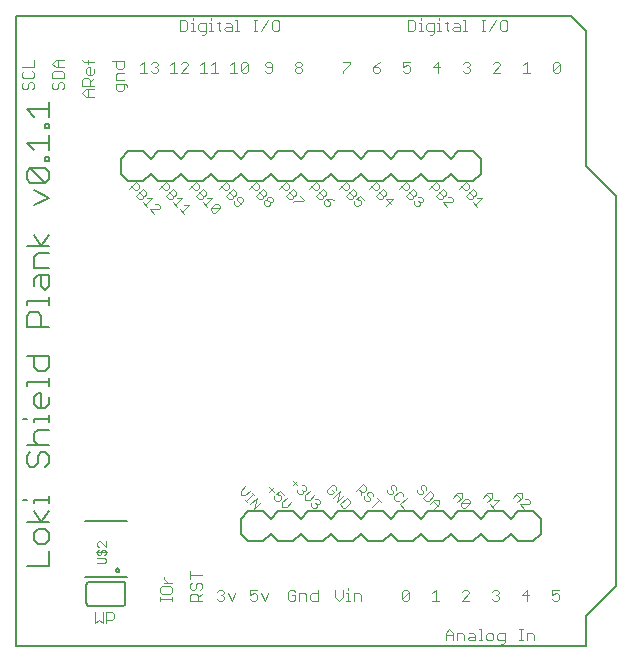
<source format=gto>
G75*
G70*
%OFA0B0*%
%FSLAX24Y24*%
%IPPOS*%
%LPD*%
%AMOC8*
5,1,8,0,0,1.08239X$1,22.5*
%
%ADD10C,0.0060*%
%ADD11C,0.0030*%
%ADD12C,0.0080*%
%ADD13C,0.0020*%
D10*
X007500Y000500D02*
X026500Y000500D01*
X026500Y001500D01*
X027500Y002500D01*
X027500Y015500D01*
X026500Y016500D01*
X026500Y021000D01*
X026000Y021500D01*
X007500Y021500D01*
X007500Y000500D01*
X009850Y001950D02*
X009850Y002550D01*
X009852Y002567D01*
X009856Y002584D01*
X009863Y002600D01*
X009873Y002614D01*
X009886Y002627D01*
X009900Y002637D01*
X009916Y002644D01*
X009933Y002648D01*
X009950Y002650D01*
X011050Y002650D01*
X011067Y002648D01*
X011084Y002644D01*
X011100Y002637D01*
X011114Y002627D01*
X011127Y002614D01*
X011137Y002600D01*
X011144Y002584D01*
X011148Y002567D01*
X011150Y002550D01*
X011150Y001950D01*
X011148Y001933D01*
X011144Y001916D01*
X011137Y001900D01*
X011127Y001886D01*
X011114Y001873D01*
X011100Y001863D01*
X011084Y001856D01*
X011067Y001852D01*
X011050Y001850D01*
X009950Y001850D01*
X009933Y001852D01*
X009916Y001856D01*
X009900Y001863D01*
X009886Y001873D01*
X009873Y001886D01*
X009863Y001900D01*
X009856Y001916D01*
X009852Y001933D01*
X009850Y001950D01*
X009790Y002820D02*
X011210Y002820D01*
X011210Y004680D02*
X009790Y004680D01*
X008595Y004646D02*
X007854Y004646D01*
X008101Y004280D02*
X008225Y004403D01*
X008472Y004403D01*
X008595Y004280D01*
X008595Y004033D01*
X008472Y003909D01*
X008225Y003909D01*
X008101Y004033D01*
X008101Y004280D01*
X008348Y004646D02*
X008101Y005016D01*
X008101Y005260D02*
X008101Y005383D01*
X008595Y005383D01*
X008595Y005260D02*
X008595Y005507D01*
X008595Y005016D02*
X008348Y004646D01*
X007854Y005383D02*
X007731Y005383D01*
X007978Y006487D02*
X008101Y006487D01*
X008225Y006611D01*
X008225Y006858D01*
X008348Y006981D01*
X008472Y006981D01*
X008595Y006858D01*
X008595Y006611D01*
X008472Y006487D01*
X007978Y006487D02*
X007854Y006611D01*
X007854Y006858D01*
X007978Y006981D01*
X007854Y007224D02*
X008595Y007224D01*
X008225Y007224D02*
X008101Y007348D01*
X008101Y007594D01*
X008225Y007718D01*
X008595Y007718D01*
X008595Y007961D02*
X008595Y008208D01*
X008595Y008084D02*
X008101Y008084D01*
X008101Y007961D01*
X007854Y008084D02*
X007731Y008084D01*
X008101Y008575D02*
X008101Y008822D01*
X008225Y008946D01*
X008348Y008946D01*
X008348Y008452D01*
X008225Y008452D02*
X008472Y008452D01*
X008595Y008575D01*
X008595Y008822D01*
X008595Y009188D02*
X008595Y009435D01*
X008595Y009312D02*
X007854Y009312D01*
X007854Y009188D01*
X008225Y009680D02*
X008101Y009803D01*
X008101Y010173D01*
X007854Y010173D02*
X008595Y010173D01*
X008595Y009803D01*
X008472Y009680D01*
X008225Y009680D01*
X008101Y008575D02*
X008225Y008452D01*
X008348Y011153D02*
X008348Y011523D01*
X008225Y011647D01*
X007978Y011647D01*
X007854Y011523D01*
X007854Y011153D01*
X008595Y011153D01*
X008595Y011889D02*
X008595Y012136D01*
X008595Y012013D02*
X007854Y012013D01*
X007854Y011889D01*
X008101Y012504D02*
X008101Y012751D01*
X008225Y012874D01*
X008595Y012874D01*
X008595Y012504D01*
X008472Y012380D01*
X008348Y012504D01*
X008348Y012874D01*
X008101Y013117D02*
X008101Y013487D01*
X008225Y013611D01*
X008595Y013611D01*
X008595Y013854D02*
X007854Y013854D01*
X008101Y014224D02*
X008348Y013854D01*
X008595Y014224D01*
X008101Y015204D02*
X008595Y015451D01*
X008101Y015698D01*
X007978Y015941D02*
X007854Y016064D01*
X007854Y016311D01*
X007978Y016435D01*
X008472Y015941D01*
X008595Y016064D01*
X008595Y016311D01*
X008472Y016435D01*
X007978Y016435D01*
X007978Y015941D02*
X008472Y015941D01*
X008472Y016677D02*
X008472Y016801D01*
X008595Y016801D01*
X008595Y016677D01*
X008472Y016677D01*
X008595Y017046D02*
X008595Y017540D01*
X008595Y017293D02*
X007854Y017293D01*
X008101Y017046D01*
X008472Y017782D02*
X008472Y017906D01*
X008595Y017906D01*
X008595Y017782D01*
X008472Y017782D01*
X008595Y018151D02*
X008595Y018644D01*
X008595Y018398D02*
X007854Y018398D01*
X008101Y018151D01*
X008101Y013117D02*
X008595Y013117D01*
X008595Y003666D02*
X008595Y003173D01*
X007854Y003173D01*
D11*
X010147Y001635D02*
X010147Y001265D01*
X010270Y001388D01*
X010394Y001265D01*
X010394Y001635D01*
X010515Y001635D02*
X010700Y001635D01*
X010762Y001574D01*
X010762Y001450D01*
X010700Y001388D01*
X010515Y001388D01*
X010515Y001265D02*
X010515Y001635D01*
X012315Y002011D02*
X012315Y002134D01*
X012315Y002073D02*
X012685Y002073D01*
X012685Y002134D02*
X012685Y002011D01*
X012623Y002257D02*
X012376Y002257D01*
X012315Y002318D01*
X012315Y002442D01*
X012376Y002503D01*
X012623Y002503D01*
X012685Y002442D01*
X012685Y002318D01*
X012623Y002257D01*
X012562Y002625D02*
X012438Y002748D01*
X012438Y002810D01*
X012438Y002625D02*
X012685Y002625D01*
X013315Y002564D02*
X013315Y002441D01*
X013376Y002379D01*
X013438Y002379D01*
X013500Y002441D01*
X013500Y002564D01*
X013562Y002626D01*
X013623Y002626D01*
X013685Y002564D01*
X013685Y002441D01*
X013623Y002379D01*
X013685Y002258D02*
X013562Y002134D01*
X013562Y002196D02*
X013562Y002011D01*
X013685Y002011D02*
X013315Y002011D01*
X013315Y002196D01*
X013376Y002258D01*
X013500Y002258D01*
X013562Y002196D01*
X013315Y002564D02*
X013376Y002626D01*
X013315Y002748D02*
X013315Y002995D01*
X013315Y002871D02*
X013685Y002871D01*
X014197Y002324D02*
X014259Y002385D01*
X014382Y002385D01*
X014444Y002324D01*
X014444Y002262D01*
X014382Y002200D01*
X014444Y002138D01*
X014444Y002077D01*
X014382Y002015D01*
X014259Y002015D01*
X014197Y002077D01*
X014320Y002200D02*
X014382Y002200D01*
X014565Y002262D02*
X014689Y002015D01*
X014812Y002262D01*
X015297Y002200D02*
X015420Y002262D01*
X015482Y002262D01*
X015544Y002200D01*
X015544Y002077D01*
X015482Y002015D01*
X015359Y002015D01*
X015297Y002077D01*
X015297Y002200D02*
X015297Y002385D01*
X015544Y002385D01*
X015665Y002262D02*
X015789Y002015D01*
X015912Y002262D01*
X016569Y002324D02*
X016569Y002077D01*
X016631Y002015D01*
X016754Y002015D01*
X016816Y002077D01*
X016816Y002200D01*
X016692Y002200D01*
X016569Y002324D02*
X016631Y002385D01*
X016754Y002385D01*
X016816Y002324D01*
X016937Y002262D02*
X016937Y002015D01*
X016937Y002262D02*
X017122Y002262D01*
X017184Y002200D01*
X017184Y002015D01*
X017306Y002077D02*
X017306Y002200D01*
X017367Y002262D01*
X017552Y002262D01*
X017552Y002385D02*
X017552Y002015D01*
X017367Y002015D01*
X017306Y002077D01*
X018147Y002138D02*
X018270Y002015D01*
X018394Y002138D01*
X018394Y002385D01*
X018515Y002262D02*
X018577Y002262D01*
X018577Y002015D01*
X018515Y002015D02*
X018639Y002015D01*
X018761Y002015D02*
X018761Y002262D01*
X018946Y002262D01*
X019008Y002200D01*
X019008Y002015D01*
X018577Y002385D02*
X018577Y002447D01*
X018147Y002385D02*
X018147Y002138D01*
X020365Y002077D02*
X020612Y002324D01*
X020612Y002077D01*
X020550Y002015D01*
X020427Y002015D01*
X020365Y002077D01*
X020365Y002324D01*
X020427Y002385D01*
X020550Y002385D01*
X020612Y002324D01*
X021365Y002262D02*
X021488Y002385D01*
X021488Y002015D01*
X021365Y002015D02*
X021612Y002015D01*
X022365Y002015D02*
X022612Y002262D01*
X022612Y002324D01*
X022550Y002385D01*
X022427Y002385D01*
X022365Y002324D01*
X022365Y002015D02*
X022612Y002015D01*
X023365Y002077D02*
X023427Y002015D01*
X023550Y002015D01*
X023612Y002077D01*
X023612Y002138D01*
X023550Y002200D01*
X023488Y002200D01*
X023550Y002200D02*
X023612Y002262D01*
X023612Y002324D01*
X023550Y002385D01*
X023427Y002385D01*
X023365Y002324D01*
X024365Y002200D02*
X024612Y002200D01*
X024550Y002015D02*
X024550Y002385D01*
X024365Y002200D01*
X025365Y002200D02*
X025488Y002262D01*
X025550Y002262D01*
X025612Y002200D01*
X025612Y002077D01*
X025550Y002015D01*
X025427Y002015D01*
X025365Y002077D01*
X025365Y002200D02*
X025365Y002385D01*
X025612Y002385D01*
X024705Y000944D02*
X024520Y000944D01*
X024520Y000697D01*
X024398Y000697D02*
X024274Y000697D01*
X024336Y000697D02*
X024336Y001067D01*
X024274Y001067D02*
X024398Y001067D01*
X024705Y000944D02*
X024767Y000882D01*
X024767Y000697D01*
X023785Y000697D02*
X023599Y000697D01*
X023538Y000759D01*
X023538Y000882D01*
X023599Y000944D01*
X023785Y000944D01*
X023785Y000635D01*
X023723Y000574D01*
X023661Y000574D01*
X023416Y000759D02*
X023416Y000882D01*
X023355Y000944D01*
X023231Y000944D01*
X023169Y000882D01*
X023169Y000759D01*
X023231Y000697D01*
X023355Y000697D01*
X023416Y000759D01*
X023047Y000697D02*
X022924Y000697D01*
X022986Y000697D02*
X022986Y001067D01*
X022924Y001067D01*
X022741Y000944D02*
X022802Y000882D01*
X022802Y000697D01*
X022617Y000697D01*
X022556Y000759D01*
X022617Y000820D01*
X022802Y000820D01*
X022741Y000944D02*
X022617Y000944D01*
X022434Y000882D02*
X022434Y000697D01*
X022434Y000882D02*
X022372Y000944D01*
X022187Y000944D01*
X022187Y000697D01*
X022066Y000697D02*
X022066Y000944D01*
X021942Y001067D01*
X021819Y000944D01*
X021819Y000697D01*
X021819Y000882D02*
X022066Y000882D01*
X021444Y005077D02*
X021595Y005228D01*
X021595Y005379D01*
X021444Y005379D01*
X021293Y005228D01*
X021254Y005343D02*
X021405Y005494D01*
X021405Y005569D01*
X021292Y005682D01*
X021065Y005456D01*
X021179Y005343D01*
X021254Y005343D01*
X021407Y005341D02*
X021558Y005190D01*
X022065Y005456D02*
X022216Y005607D01*
X022367Y005607D01*
X022367Y005456D01*
X022216Y005305D01*
X022331Y005266D02*
X022633Y005266D01*
X022482Y005115D01*
X022407Y005115D01*
X022331Y005190D01*
X022331Y005266D01*
X022482Y005417D01*
X022558Y005417D01*
X022633Y005341D01*
X022633Y005266D01*
X022330Y005418D02*
X022179Y005569D01*
X023065Y005456D02*
X023216Y005607D01*
X023367Y005607D01*
X023367Y005456D01*
X023216Y005305D01*
X023293Y005228D02*
X023444Y005077D01*
X023369Y005152D02*
X023595Y005379D01*
X023444Y005379D01*
X023330Y005418D02*
X023179Y005569D01*
X024065Y005456D02*
X024216Y005607D01*
X024367Y005607D01*
X024367Y005456D01*
X024216Y005305D01*
X024293Y005228D02*
X024595Y005228D01*
X024633Y005266D01*
X024633Y005341D01*
X024558Y005417D01*
X024482Y005417D01*
X024330Y005418D02*
X024179Y005569D01*
X024293Y005228D02*
X024444Y005077D01*
X021177Y005721D02*
X021177Y005797D01*
X021102Y005872D01*
X021026Y005872D01*
X020989Y005835D01*
X020989Y005759D01*
X021064Y005684D01*
X021064Y005608D01*
X021026Y005570D01*
X020951Y005570D01*
X020875Y005646D01*
X020875Y005721D01*
X020520Y005454D02*
X020293Y005228D01*
X020444Y005077D01*
X020254Y005343D02*
X020179Y005343D01*
X020103Y005418D01*
X020103Y005494D01*
X020254Y005644D01*
X020330Y005644D01*
X020405Y005569D01*
X020405Y005494D01*
X020177Y005721D02*
X020177Y005797D01*
X020102Y005872D01*
X020026Y005872D01*
X019989Y005835D01*
X019989Y005759D01*
X020064Y005684D01*
X020064Y005608D01*
X020026Y005570D01*
X019951Y005570D01*
X019875Y005646D01*
X019875Y005721D01*
X019520Y005454D02*
X019671Y005303D01*
X019595Y005379D02*
X019369Y005152D01*
X019254Y005343D02*
X019179Y005343D01*
X019103Y005418D01*
X019103Y005494D01*
X019216Y005531D02*
X019292Y005456D01*
X019292Y005380D01*
X019254Y005343D01*
X019216Y005531D02*
X019216Y005607D01*
X019254Y005644D01*
X019330Y005644D01*
X019405Y005569D01*
X019405Y005494D01*
X019177Y005721D02*
X019102Y005646D01*
X019026Y005646D01*
X018913Y005759D01*
X018838Y005684D02*
X019064Y005910D01*
X019177Y005797D01*
X019177Y005721D01*
X018989Y005684D02*
X018989Y005533D01*
X018633Y005341D02*
X018520Y005454D01*
X018293Y005228D01*
X018407Y005115D01*
X018482Y005115D01*
X018633Y005266D01*
X018633Y005341D01*
X018443Y005531D02*
X018216Y005305D01*
X018292Y005682D01*
X018065Y005456D01*
X018026Y005570D02*
X018102Y005646D01*
X018026Y005721D01*
X018026Y005570D02*
X017951Y005570D01*
X017875Y005646D01*
X017875Y005721D01*
X018026Y005872D01*
X018102Y005872D01*
X018177Y005797D01*
X018177Y005721D01*
X017633Y005341D02*
X017633Y005266D01*
X017595Y005228D01*
X017520Y005228D01*
X017520Y005152D01*
X017482Y005115D01*
X017407Y005115D01*
X017331Y005190D01*
X017331Y005266D01*
X017292Y005380D02*
X017443Y005531D01*
X017482Y005417D02*
X017558Y005417D01*
X017633Y005341D01*
X017520Y005228D02*
X017482Y005266D01*
X017292Y005380D02*
X017141Y005380D01*
X017141Y005531D01*
X017292Y005682D01*
X017177Y005721D02*
X017140Y005684D01*
X017064Y005684D01*
X017064Y005608D01*
X017026Y005570D01*
X016951Y005570D01*
X016875Y005646D01*
X016875Y005721D01*
X017026Y005721D02*
X017064Y005684D01*
X017177Y005721D02*
X017177Y005797D01*
X017102Y005872D01*
X017026Y005872D01*
X016874Y005874D02*
X016723Y006025D01*
X016874Y006025D02*
X016723Y005874D01*
X016443Y005531D02*
X016292Y005682D01*
X016179Y005569D01*
X016292Y005531D01*
X016330Y005494D01*
X016330Y005418D01*
X016254Y005343D01*
X016179Y005343D01*
X016103Y005418D01*
X016103Y005494D01*
X016102Y005646D02*
X015951Y005797D01*
X016102Y005797D02*
X015951Y005646D01*
X015520Y005454D02*
X015444Y005077D01*
X015671Y005303D01*
X015520Y005454D02*
X015293Y005228D01*
X015217Y005304D02*
X015141Y005380D01*
X015179Y005342D02*
X015406Y005569D01*
X015368Y005606D02*
X015443Y005531D01*
X015291Y005683D02*
X015140Y005532D01*
X014989Y005532D01*
X014989Y005683D01*
X015140Y005834D01*
X016369Y005303D02*
X016369Y005152D01*
X016520Y005152D01*
X016671Y005303D01*
X016520Y005454D02*
X016369Y005303D01*
X014146Y014956D02*
X014071Y014956D01*
X013995Y015031D01*
X013995Y015107D01*
X014297Y015107D01*
X014146Y014956D01*
X013995Y015107D02*
X014146Y015258D01*
X014222Y015258D01*
X014297Y015182D01*
X014297Y015107D01*
X013880Y015146D02*
X013729Y015297D01*
X013805Y015221D02*
X014031Y015448D01*
X013880Y015448D01*
X013804Y015525D02*
X013841Y015562D01*
X013841Y015638D01*
X013728Y015751D01*
X013502Y015525D01*
X013615Y015411D01*
X013690Y015411D01*
X013728Y015449D01*
X013728Y015525D01*
X013615Y015638D01*
X013538Y015715D02*
X013613Y015790D01*
X013613Y015866D01*
X013500Y015979D01*
X013274Y015753D01*
X013349Y015828D02*
X013462Y015715D01*
X013538Y015715D01*
X013728Y015525D02*
X013804Y015525D01*
X014274Y015753D02*
X014500Y015979D01*
X014613Y015866D01*
X014613Y015790D01*
X014538Y015715D01*
X014462Y015715D01*
X014349Y015828D01*
X014615Y015638D02*
X014728Y015525D01*
X014728Y015449D01*
X014690Y015411D01*
X014615Y015411D01*
X014502Y015525D01*
X014728Y015751D01*
X014841Y015638D01*
X014841Y015562D01*
X014804Y015525D01*
X014728Y015525D01*
X014880Y015448D02*
X014880Y015372D01*
X014994Y015259D01*
X015069Y015334D02*
X015069Y015410D01*
X014994Y015485D01*
X014918Y015485D01*
X014880Y015448D01*
X014767Y015334D02*
X014767Y015259D01*
X014843Y015184D01*
X014918Y015184D01*
X015069Y015334D01*
X015274Y015753D02*
X015500Y015979D01*
X015613Y015866D01*
X015613Y015790D01*
X015538Y015715D01*
X015462Y015715D01*
X015349Y015828D01*
X015615Y015638D02*
X015728Y015525D01*
X015728Y015449D01*
X015690Y015411D01*
X015615Y015411D01*
X015502Y015525D01*
X015728Y015751D01*
X015841Y015638D01*
X015841Y015562D01*
X015804Y015525D01*
X015728Y015525D01*
X015880Y015448D02*
X015880Y015372D01*
X015956Y015297D01*
X015956Y015221D01*
X015918Y015184D01*
X015843Y015184D01*
X015767Y015259D01*
X015767Y015334D01*
X015805Y015372D01*
X015880Y015372D01*
X015880Y015448D02*
X015918Y015485D01*
X015994Y015485D01*
X016069Y015410D01*
X016069Y015334D01*
X016031Y015297D01*
X015956Y015297D01*
X016274Y015753D02*
X016500Y015979D01*
X016613Y015866D01*
X016613Y015790D01*
X016538Y015715D01*
X016462Y015715D01*
X016349Y015828D01*
X016615Y015638D02*
X016728Y015525D01*
X016728Y015449D01*
X016690Y015411D01*
X016615Y015411D01*
X016502Y015525D01*
X016728Y015751D01*
X016841Y015638D01*
X016841Y015562D01*
X016804Y015525D01*
X016728Y015525D01*
X016767Y015334D02*
X016729Y015297D01*
X016767Y015334D02*
X017069Y015334D01*
X017107Y015372D01*
X016956Y015523D01*
X017274Y015753D02*
X017500Y015979D01*
X017613Y015866D01*
X017613Y015790D01*
X017538Y015715D01*
X017462Y015715D01*
X017349Y015828D01*
X017615Y015638D02*
X017728Y015525D01*
X017728Y015449D01*
X017690Y015411D01*
X017615Y015411D01*
X017502Y015525D01*
X017728Y015751D01*
X017841Y015638D01*
X017841Y015562D01*
X017804Y015525D01*
X017728Y015525D01*
X017843Y015410D02*
X017956Y015297D01*
X017956Y015221D01*
X017918Y015184D01*
X017843Y015184D01*
X017767Y015259D01*
X017767Y015334D01*
X017843Y015410D01*
X017994Y015410D01*
X018107Y015372D01*
X018502Y015525D02*
X018615Y015411D01*
X018690Y015411D01*
X018728Y015449D01*
X018728Y015525D01*
X018615Y015638D01*
X018538Y015715D02*
X018613Y015790D01*
X018613Y015866D01*
X018500Y015979D01*
X018274Y015753D01*
X018349Y015828D02*
X018462Y015715D01*
X018538Y015715D01*
X018502Y015525D02*
X018728Y015751D01*
X018841Y015638D01*
X018841Y015562D01*
X018804Y015525D01*
X018728Y015525D01*
X018843Y015410D02*
X018956Y015372D01*
X018994Y015334D01*
X018994Y015259D01*
X018918Y015184D01*
X018843Y015184D01*
X018767Y015259D01*
X018767Y015334D01*
X018843Y015410D02*
X018956Y015523D01*
X019107Y015372D01*
X019502Y015525D02*
X019615Y015411D01*
X019690Y015411D01*
X019728Y015449D01*
X019728Y015525D01*
X019615Y015638D01*
X019538Y015715D02*
X019462Y015715D01*
X019349Y015828D01*
X019274Y015753D02*
X019500Y015979D01*
X019613Y015866D01*
X019613Y015790D01*
X019538Y015715D01*
X019502Y015525D02*
X019728Y015751D01*
X019841Y015638D01*
X019841Y015562D01*
X019804Y015525D01*
X019728Y015525D01*
X019843Y015410D02*
X019994Y015259D01*
X020069Y015410D02*
X019843Y015410D01*
X019843Y015184D02*
X020069Y015410D01*
X020274Y015753D02*
X020500Y015979D01*
X020613Y015866D01*
X020613Y015790D01*
X020538Y015715D01*
X020462Y015715D01*
X020349Y015828D01*
X020615Y015638D02*
X020728Y015525D01*
X020728Y015449D01*
X020690Y015411D01*
X020615Y015411D01*
X020502Y015525D01*
X020728Y015751D01*
X020841Y015638D01*
X020841Y015562D01*
X020804Y015525D01*
X020728Y015525D01*
X020918Y015485D02*
X020994Y015485D01*
X021069Y015410D01*
X021069Y015334D01*
X021031Y015297D01*
X020956Y015297D01*
X020956Y015221D01*
X020918Y015184D01*
X020843Y015184D01*
X020767Y015259D01*
X020767Y015334D01*
X020918Y015334D02*
X020956Y015297D01*
X021274Y015753D02*
X021500Y015979D01*
X021613Y015866D01*
X021613Y015790D01*
X021538Y015715D01*
X021462Y015715D01*
X021349Y015828D01*
X021615Y015638D02*
X021728Y015525D01*
X021728Y015449D01*
X021690Y015411D01*
X021615Y015411D01*
X021502Y015525D01*
X021728Y015751D01*
X021841Y015638D01*
X021841Y015562D01*
X021804Y015525D01*
X021728Y015525D01*
X021918Y015485D02*
X021994Y015485D01*
X022069Y015410D01*
X022069Y015334D01*
X022031Y015297D01*
X021729Y015297D01*
X021880Y015146D01*
X022502Y015525D02*
X022615Y015411D01*
X022690Y015411D01*
X022728Y015449D01*
X022728Y015525D01*
X022615Y015638D01*
X022538Y015715D02*
X022462Y015715D01*
X022349Y015828D01*
X022274Y015753D02*
X022500Y015979D01*
X022613Y015866D01*
X022613Y015790D01*
X022538Y015715D01*
X022502Y015525D02*
X022728Y015751D01*
X022841Y015638D01*
X022841Y015562D01*
X022804Y015525D01*
X022728Y015525D01*
X022880Y015448D02*
X023031Y015448D01*
X022805Y015221D01*
X022880Y015146D02*
X022729Y015297D01*
X022582Y019615D02*
X022458Y019615D01*
X022397Y019677D01*
X022520Y019800D02*
X022582Y019800D01*
X022644Y019738D01*
X022644Y019677D01*
X022582Y019615D01*
X022582Y019800D02*
X022644Y019862D01*
X022644Y019924D01*
X022582Y019985D01*
X022458Y019985D01*
X022397Y019924D01*
X021644Y019800D02*
X021397Y019800D01*
X021582Y019985D01*
X021582Y019615D01*
X020644Y019677D02*
X020582Y019615D01*
X020458Y019615D01*
X020397Y019677D01*
X020397Y019800D02*
X020520Y019862D01*
X020582Y019862D01*
X020644Y019800D01*
X020644Y019677D01*
X020397Y019800D02*
X020397Y019985D01*
X020644Y019985D01*
X019644Y019985D02*
X019520Y019924D01*
X019397Y019800D01*
X019582Y019800D01*
X019644Y019738D01*
X019644Y019677D01*
X019582Y019615D01*
X019458Y019615D01*
X019397Y019677D01*
X019397Y019800D01*
X018644Y019924D02*
X018397Y019677D01*
X018397Y019615D01*
X018644Y019924D02*
X018644Y019985D01*
X018397Y019985D01*
X017044Y019924D02*
X017044Y019862D01*
X016982Y019800D01*
X016858Y019800D01*
X016797Y019862D01*
X016797Y019924D01*
X016858Y019985D01*
X016982Y019985D01*
X017044Y019924D01*
X016982Y019800D02*
X017044Y019738D01*
X017044Y019677D01*
X016982Y019615D01*
X016858Y019615D01*
X016797Y019677D01*
X016797Y019738D01*
X016858Y019800D01*
X016044Y019800D02*
X015858Y019800D01*
X015797Y019862D01*
X015797Y019924D01*
X015858Y019985D01*
X015982Y019985D01*
X016044Y019924D01*
X016044Y019677D01*
X015982Y019615D01*
X015858Y019615D01*
X015797Y019677D01*
X015244Y019677D02*
X015182Y019615D01*
X015058Y019615D01*
X014997Y019677D01*
X015244Y019924D01*
X015244Y019677D01*
X015244Y019924D02*
X015182Y019985D01*
X015058Y019985D01*
X014997Y019924D01*
X014997Y019677D01*
X014875Y019615D02*
X014628Y019615D01*
X014752Y019615D02*
X014752Y019985D01*
X014628Y019862D01*
X014244Y019615D02*
X013997Y019615D01*
X013875Y019615D02*
X013628Y019615D01*
X013752Y019615D02*
X013752Y019985D01*
X013628Y019862D01*
X013997Y019862D02*
X014120Y019985D01*
X014120Y019615D01*
X013244Y019615D02*
X012997Y019615D01*
X013244Y019862D01*
X013244Y019924D01*
X013182Y019985D01*
X013058Y019985D01*
X012997Y019924D01*
X012752Y019985D02*
X012752Y019615D01*
X012875Y019615D02*
X012628Y019615D01*
X012628Y019862D02*
X012752Y019985D01*
X012244Y019924D02*
X012244Y019862D01*
X012182Y019800D01*
X012244Y019738D01*
X012244Y019677D01*
X012182Y019615D01*
X012058Y019615D01*
X011997Y019677D01*
X011875Y019615D02*
X011628Y019615D01*
X011752Y019615D02*
X011752Y019985D01*
X011628Y019862D01*
X011997Y019924D02*
X012058Y019985D01*
X012182Y019985D01*
X012244Y019924D01*
X012182Y019800D02*
X012120Y019800D01*
X011085Y019808D02*
X011023Y019747D01*
X010900Y019747D01*
X010838Y019808D01*
X010838Y019994D01*
X010715Y019994D02*
X011085Y019994D01*
X011085Y019808D01*
X011085Y019625D02*
X010900Y019625D01*
X010838Y019564D01*
X010838Y019378D01*
X011085Y019378D01*
X011085Y019257D02*
X011085Y019072D01*
X011023Y019010D01*
X010900Y019010D01*
X010838Y019072D01*
X010838Y019257D01*
X011147Y019257D01*
X011208Y019195D01*
X011208Y019133D01*
X010085Y019183D02*
X009715Y019183D01*
X009715Y019368D01*
X009776Y019430D01*
X009900Y019430D01*
X009962Y019368D01*
X009962Y019183D01*
X009962Y019306D02*
X010085Y019430D01*
X010023Y019551D02*
X009900Y019551D01*
X009838Y019613D01*
X009838Y019736D01*
X009900Y019798D01*
X009962Y019798D01*
X009962Y019551D01*
X010023Y019551D02*
X010085Y019613D01*
X010085Y019736D01*
X010085Y019981D02*
X009776Y019981D01*
X009715Y020043D01*
X009900Y020043D02*
X009900Y019919D01*
X009085Y019797D02*
X008838Y019797D01*
X008715Y019920D01*
X008838Y020044D01*
X009085Y020044D01*
X008900Y020044D02*
X008900Y019797D01*
X009023Y019675D02*
X008776Y019675D01*
X008715Y019614D01*
X008715Y019428D01*
X009085Y019428D01*
X009085Y019614D01*
X009023Y019675D01*
X009023Y019307D02*
X009085Y019245D01*
X009085Y019122D01*
X009023Y019060D01*
X008900Y019122D02*
X008900Y019245D01*
X008962Y019307D01*
X009023Y019307D01*
X008900Y019122D02*
X008838Y019060D01*
X008776Y019060D01*
X008715Y019122D01*
X008715Y019245D01*
X008776Y019307D01*
X008085Y019245D02*
X008085Y019122D01*
X008023Y019060D01*
X007900Y019122D02*
X007838Y019060D01*
X007776Y019060D01*
X007715Y019122D01*
X007715Y019245D01*
X007776Y019307D01*
X007776Y019428D02*
X008023Y019428D01*
X008085Y019490D01*
X008085Y019614D01*
X008023Y019675D01*
X008085Y019797D02*
X007715Y019797D01*
X007776Y019675D02*
X007715Y019614D01*
X007715Y019490D01*
X007776Y019428D01*
X007900Y019245D02*
X007962Y019307D01*
X008023Y019307D01*
X008085Y019245D01*
X007900Y019245D02*
X007900Y019122D01*
X008085Y019797D02*
X008085Y020044D01*
X009715Y018938D02*
X009838Y018815D01*
X010085Y018815D01*
X009900Y018815D02*
X009900Y019061D01*
X009838Y019061D02*
X010085Y019061D01*
X009838Y019061D02*
X009715Y018938D01*
X012965Y021015D02*
X012965Y021385D01*
X013150Y021385D01*
X013212Y021324D01*
X013212Y021077D01*
X013150Y021015D01*
X012965Y021015D01*
X013333Y021015D02*
X013457Y021015D01*
X013395Y021015D02*
X013395Y021262D01*
X013333Y021262D01*
X013395Y021385D02*
X013395Y021447D01*
X013641Y021262D02*
X013579Y021200D01*
X013579Y021077D01*
X013641Y021015D01*
X013826Y021015D01*
X013826Y020953D02*
X013826Y021262D01*
X013641Y021262D01*
X013947Y021262D02*
X014009Y021262D01*
X014009Y021015D01*
X013947Y021015D02*
X014071Y021015D01*
X014254Y021077D02*
X014316Y021015D01*
X014254Y021077D02*
X014254Y021324D01*
X014193Y021262D02*
X014316Y021262D01*
X014500Y021262D02*
X014623Y021262D01*
X014685Y021200D01*
X014685Y021015D01*
X014500Y021015D01*
X014438Y021077D01*
X014500Y021138D01*
X014685Y021138D01*
X014807Y021015D02*
X014930Y021015D01*
X014868Y021015D02*
X014868Y021385D01*
X014807Y021385D01*
X015420Y021385D02*
X015544Y021385D01*
X015482Y021385D02*
X015482Y021015D01*
X015420Y021015D02*
X015544Y021015D01*
X015666Y021015D02*
X015913Y021385D01*
X016034Y021324D02*
X016034Y021077D01*
X016096Y021015D01*
X016219Y021015D01*
X016281Y021077D01*
X016281Y021324D01*
X016219Y021385D01*
X016096Y021385D01*
X016034Y021324D01*
X014009Y021385D02*
X014009Y021447D01*
X013826Y020953D02*
X013764Y020892D01*
X013702Y020892D01*
X012500Y015979D02*
X012613Y015866D01*
X012613Y015790D01*
X012538Y015715D01*
X012462Y015715D01*
X012349Y015828D01*
X012274Y015753D02*
X012500Y015979D01*
X012728Y015751D02*
X012841Y015638D01*
X012841Y015562D01*
X012804Y015525D01*
X012728Y015525D01*
X012615Y015638D01*
X012502Y015525D02*
X012728Y015751D01*
X012728Y015525D02*
X012728Y015449D01*
X012690Y015411D01*
X012615Y015411D01*
X012502Y015525D01*
X012729Y015297D02*
X012880Y015146D01*
X012805Y015221D02*
X013031Y015448D01*
X012880Y015448D01*
X013108Y015220D02*
X013259Y015220D01*
X013033Y014993D01*
X013108Y014918D02*
X012957Y015069D01*
X012297Y015107D02*
X012297Y015182D01*
X012222Y015258D01*
X012146Y015258D01*
X012297Y015107D02*
X012259Y015069D01*
X011957Y015069D01*
X012108Y014918D01*
X011880Y015146D02*
X011729Y015297D01*
X011805Y015221D02*
X012031Y015448D01*
X011880Y015448D01*
X011804Y015525D02*
X011728Y015525D01*
X011615Y015638D01*
X011538Y015715D02*
X011462Y015715D01*
X011349Y015828D01*
X011274Y015753D02*
X011500Y015979D01*
X011613Y015866D01*
X011613Y015790D01*
X011538Y015715D01*
X011502Y015525D02*
X011728Y015751D01*
X011841Y015638D01*
X011841Y015562D01*
X011804Y015525D01*
X011728Y015525D02*
X011728Y015449D01*
X011690Y015411D01*
X011615Y015411D01*
X011502Y015525D01*
X020565Y021015D02*
X020750Y021015D01*
X020812Y021077D01*
X020812Y021324D01*
X020750Y021385D01*
X020565Y021385D01*
X020565Y021015D01*
X020933Y021015D02*
X021057Y021015D01*
X020995Y021015D02*
X020995Y021262D01*
X020933Y021262D01*
X020995Y021385D02*
X020995Y021447D01*
X021241Y021262D02*
X021179Y021200D01*
X021179Y021077D01*
X021241Y021015D01*
X021426Y021015D01*
X021426Y020953D02*
X021426Y021262D01*
X021241Y021262D01*
X021547Y021262D02*
X021609Y021262D01*
X021609Y021015D01*
X021547Y021015D02*
X021671Y021015D01*
X021854Y021077D02*
X021916Y021015D01*
X021854Y021077D02*
X021854Y021324D01*
X021793Y021262D02*
X021916Y021262D01*
X022100Y021262D02*
X022223Y021262D01*
X022285Y021200D01*
X022285Y021015D01*
X022100Y021015D01*
X022038Y021077D01*
X022100Y021138D01*
X022285Y021138D01*
X022407Y021015D02*
X022530Y021015D01*
X022468Y021015D02*
X022468Y021385D01*
X022407Y021385D01*
X021609Y021385D02*
X021609Y021447D01*
X021426Y020953D02*
X021364Y020892D01*
X021302Y020892D01*
X023020Y021015D02*
X023144Y021015D01*
X023082Y021015D02*
X023082Y021385D01*
X023020Y021385D02*
X023144Y021385D01*
X023513Y021385D02*
X023266Y021015D01*
X023634Y021077D02*
X023696Y021015D01*
X023819Y021015D01*
X023881Y021077D01*
X023881Y021324D01*
X023819Y021385D01*
X023696Y021385D01*
X023634Y021324D01*
X023634Y021077D01*
X023582Y019985D02*
X023458Y019985D01*
X023397Y019924D01*
X023582Y019985D02*
X023644Y019924D01*
X023644Y019862D01*
X023397Y019615D01*
X023644Y019615D01*
X024397Y019615D02*
X024644Y019615D01*
X024520Y019615D02*
X024520Y019985D01*
X024397Y019862D01*
X025397Y019924D02*
X025397Y019677D01*
X025644Y019924D01*
X025644Y019677D01*
X025582Y019615D01*
X025458Y019615D01*
X025397Y019677D01*
X025397Y019924D02*
X025458Y019985D01*
X025582Y019985D01*
X025644Y019924D01*
D12*
X022750Y017000D02*
X022250Y017000D01*
X022000Y016750D01*
X021750Y017000D01*
X021250Y017000D01*
X021000Y016750D01*
X020750Y017000D01*
X020250Y017000D01*
X020000Y016750D01*
X019750Y017000D01*
X019250Y017000D01*
X019000Y016750D01*
X018750Y017000D01*
X018250Y017000D01*
X018000Y016750D01*
X017750Y017000D01*
X017250Y017000D01*
X017000Y016750D01*
X016750Y017000D01*
X016250Y017000D01*
X016000Y016750D01*
X015750Y017000D01*
X015250Y017000D01*
X015000Y016750D01*
X014750Y017000D01*
X014250Y017000D01*
X014000Y016750D01*
X013750Y017000D01*
X013250Y017000D01*
X013000Y016750D01*
X012750Y017000D01*
X012250Y017000D01*
X012000Y016750D01*
X011750Y017000D01*
X011250Y017000D01*
X011000Y016750D01*
X011000Y016250D01*
X011250Y016000D01*
X011750Y016000D01*
X012000Y016250D01*
X012250Y016000D01*
X012750Y016000D01*
X013000Y016250D01*
X013250Y016000D01*
X013750Y016000D01*
X014000Y016250D01*
X014250Y016000D01*
X014750Y016000D01*
X015000Y016250D01*
X015250Y016000D01*
X015750Y016000D01*
X016000Y016250D01*
X016250Y016000D01*
X016750Y016000D01*
X017000Y016250D01*
X017250Y016000D01*
X017750Y016000D01*
X018000Y016250D01*
X018250Y016000D01*
X018750Y016000D01*
X019000Y016250D01*
X019250Y016000D01*
X019750Y016000D01*
X020000Y016250D01*
X020250Y016000D01*
X020750Y016000D01*
X021000Y016250D01*
X021250Y016000D01*
X021750Y016000D01*
X022000Y016250D01*
X022250Y016000D01*
X022750Y016000D01*
X023000Y016250D01*
X023000Y016750D01*
X022750Y017000D01*
X022750Y005000D02*
X022250Y005000D01*
X022000Y004750D01*
X021750Y005000D01*
X021250Y005000D01*
X021000Y004750D01*
X020750Y005000D01*
X020250Y005000D01*
X020000Y004750D01*
X019750Y005000D01*
X019250Y005000D01*
X019000Y004750D01*
X018750Y005000D01*
X018250Y005000D01*
X018000Y004750D01*
X017750Y005000D01*
X017250Y005000D01*
X017000Y004750D01*
X016750Y005000D01*
X016250Y005000D01*
X016000Y004750D01*
X015750Y005000D01*
X015250Y005000D01*
X015000Y004750D01*
X015000Y004250D01*
X015250Y004000D01*
X015750Y004000D01*
X016000Y004250D01*
X016250Y004000D01*
X016750Y004000D01*
X017000Y004250D01*
X017250Y004000D01*
X017750Y004000D01*
X018000Y004250D01*
X018250Y004000D01*
X018750Y004000D01*
X019000Y004250D01*
X019250Y004000D01*
X019750Y004000D01*
X020000Y004250D01*
X020250Y004000D01*
X020750Y004000D01*
X021000Y004250D01*
X021250Y004000D01*
X021750Y004000D01*
X022000Y004250D01*
X022250Y004000D01*
X022750Y004000D01*
X023000Y004250D01*
X023250Y004000D01*
X023750Y004000D01*
X024000Y004250D01*
X024250Y004000D01*
X024750Y004000D01*
X025000Y004250D01*
X025000Y004750D01*
X024750Y005000D01*
X024250Y005000D01*
X024000Y004750D01*
X023750Y005000D01*
X023250Y005000D01*
X023000Y004750D01*
X022750Y005000D01*
X010833Y003040D02*
X010835Y003055D01*
X010841Y003068D01*
X010850Y003080D01*
X010861Y003089D01*
X010875Y003095D01*
X010890Y003097D01*
X010905Y003095D01*
X010918Y003089D01*
X010930Y003080D01*
X010939Y003069D01*
X010945Y003055D01*
X010947Y003040D01*
X010945Y003025D01*
X010939Y003012D01*
X010930Y003000D01*
X010919Y002991D01*
X010905Y002985D01*
X010890Y002983D01*
X010875Y002985D01*
X010862Y002991D01*
X010850Y003000D01*
X010841Y003011D01*
X010835Y003025D01*
X010833Y003040D01*
D13*
X010490Y003307D02*
X010490Y003400D01*
X010443Y003447D01*
X010210Y003447D01*
X010256Y003536D02*
X010210Y003583D01*
X010210Y003676D01*
X010256Y003723D01*
X010256Y003812D02*
X010210Y003859D01*
X010210Y003953D01*
X010256Y003999D01*
X010303Y003999D01*
X010490Y003812D01*
X010490Y003999D01*
X010443Y003723D02*
X010397Y003723D01*
X010350Y003676D01*
X010350Y003583D01*
X010303Y003536D01*
X010256Y003536D01*
X010163Y003630D02*
X010537Y003630D01*
X010490Y003676D02*
X010443Y003723D01*
X010490Y003676D02*
X010490Y003583D01*
X010443Y003536D01*
X010490Y003307D02*
X010443Y003260D01*
X010210Y003260D01*
M02*

</source>
